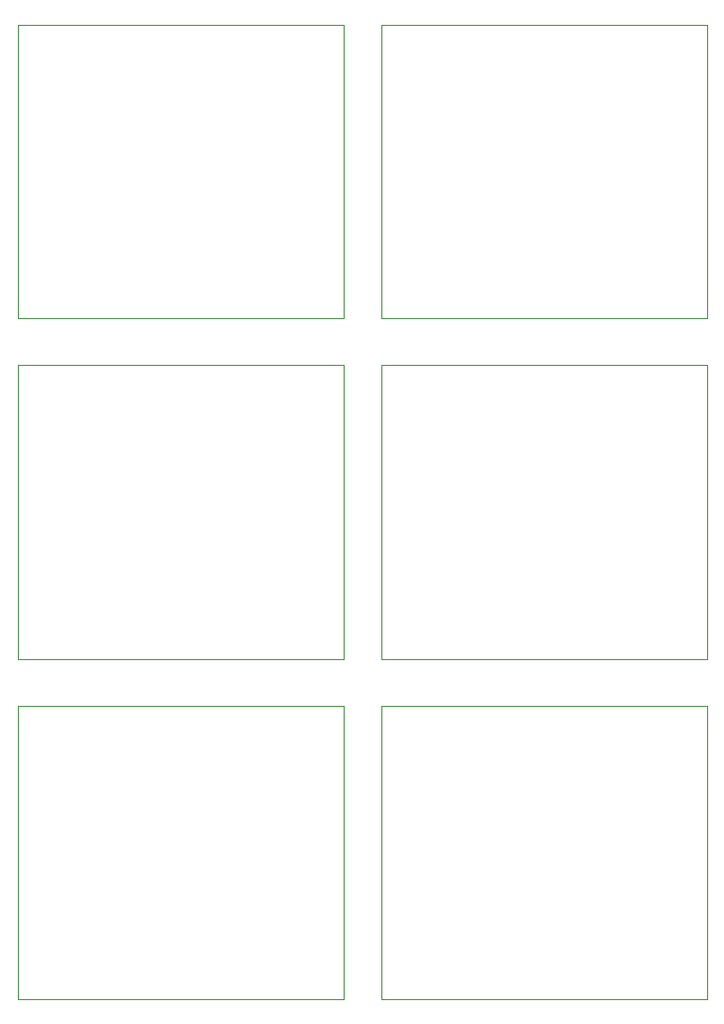
<source format=gbr>
G04 #@! TF.GenerationSoftware,KiCad,Pcbnew,5.1.4*
G04 #@! TF.CreationDate,2019-09-12T17:56:26+02:00*
G04 #@! TF.ProjectId,detectorHolder,64657465-6374-46f7-9248-6f6c6465722e,rev?*
G04 #@! TF.SameCoordinates,PX6f0a068PY9b61580*
G04 #@! TF.FileFunction,Profile,NP*
%FSLAX46Y46*%
G04 Gerber Fmt 4.6, Leading zero omitted, Abs format (unit mm)*
G04 Created by KiCad (PCBNEW 5.1.4) date 2019-09-12 17:56:26*
%MOMM*%
%LPD*%
G04 APERTURE LIST*
%ADD10C,0.050000*%
G04 APERTURE END LIST*
D10*
X15580000Y-10925000D02*
X15580000Y14075000D01*
X-15420000Y-10925000D02*
X-15420000Y14075000D01*
X15580000Y18075000D02*
X15580000Y43075000D01*
X-15420000Y18075000D02*
X-15420000Y43075000D01*
X15580000Y47075000D02*
X15580000Y72075000D01*
X15580000Y14075000D02*
X43345000Y14075000D01*
X-15420000Y14075000D02*
X12345000Y14075000D01*
X15580000Y43075000D02*
X43345000Y43075000D01*
X-15420000Y43075000D02*
X12345000Y43075000D01*
X15580000Y72075000D02*
X43345000Y72075000D01*
X43345000Y14075000D02*
X43345000Y-10925000D01*
X12345000Y14075000D02*
X12345000Y-10925000D01*
X43345000Y43075000D02*
X43345000Y18075000D01*
X12345000Y43075000D02*
X12345000Y18075000D01*
X43345000Y72075000D02*
X43345000Y47075000D01*
X43345000Y-10925000D02*
X15580000Y-10925000D01*
X12345000Y-10925000D02*
X-15420000Y-10925000D01*
X43345000Y18075000D02*
X15580000Y18075000D01*
X12345000Y18075000D02*
X-15420000Y18075000D01*
X43345000Y47075000D02*
X15580000Y47075000D01*
X-15420000Y47075000D02*
X-15420000Y72075000D01*
X12345000Y47075000D02*
X-15420000Y47075000D01*
X12345000Y72075000D02*
X12345000Y47075000D01*
X-15420000Y72075000D02*
X12345000Y72075000D01*
M02*

</source>
